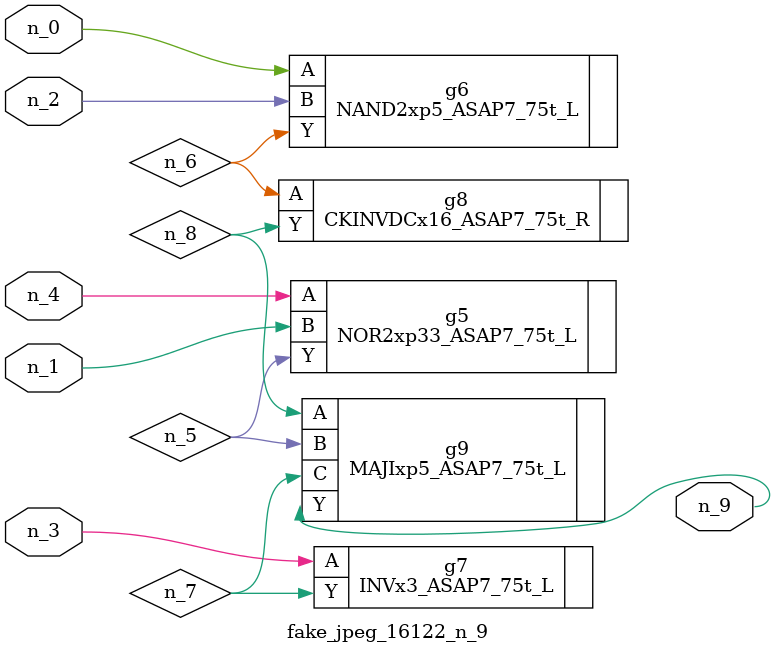
<source format=v>
module fake_jpeg_16122_n_9 (n_3, n_2, n_1, n_0, n_4, n_9);

input n_3;
input n_2;
input n_1;
input n_0;
input n_4;

output n_9;

wire n_8;
wire n_6;
wire n_5;
wire n_7;

NOR2xp33_ASAP7_75t_L g5 ( 
.A(n_4),
.B(n_1),
.Y(n_5)
);

NAND2xp5_ASAP7_75t_L g6 ( 
.A(n_0),
.B(n_2),
.Y(n_6)
);

INVx3_ASAP7_75t_L g7 ( 
.A(n_3),
.Y(n_7)
);

CKINVDCx16_ASAP7_75t_R g8 ( 
.A(n_6),
.Y(n_8)
);

MAJIxp5_ASAP7_75t_L g9 ( 
.A(n_8),
.B(n_5),
.C(n_7),
.Y(n_9)
);


endmodule
</source>
